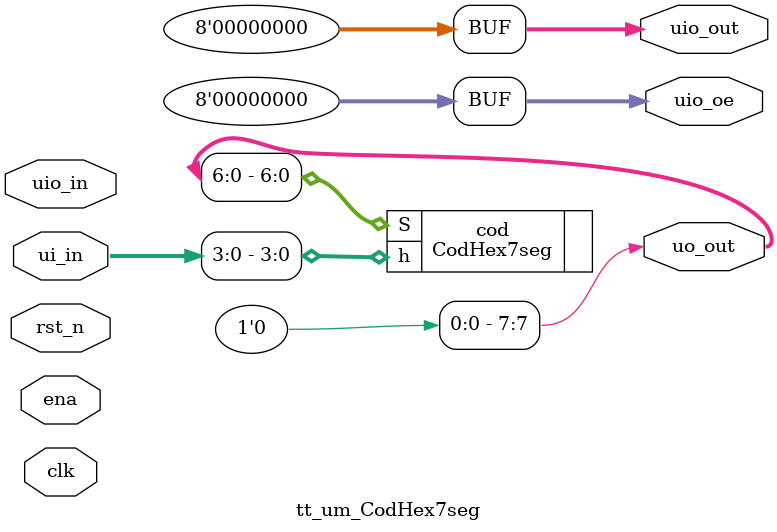
<source format=v>

/*
 * Copyright (c) 2024 Your Name
 * SPDX-License-Identifier: Apache-2.0
 */

`define default_netname none

module tt_um_CodHex7seg (
    input  wire [7:0] ui_in,    // Dedicated inputs
    output wire [7:0] uo_out,   // Dedicated outputs
    input  wire [7:0] uio_in,   // IOs: Input path
    output wire [7:0] uio_out,  // IOs: Output path
    output wire [7:0] uio_oe,   // IOs: Enable path (active high: 0=input, 1=output)
    input  wire       ena,      // will go high when the design is enabled
    input  wire       clk,      // clock
    input  wire       rst_n     // reset_n - low to reset
);

  // All output pins must be assigned. If not used, assign to 0.
    CodHex7seg cod (.h(ui_in[3:0]) , .S(uo_out[6:0]));    
    assign uio_oe = 8'b00000000;
    assign uio_out = 8'b00000000;
    assign uo_out[7] = 1'b0;

endmodule

</source>
